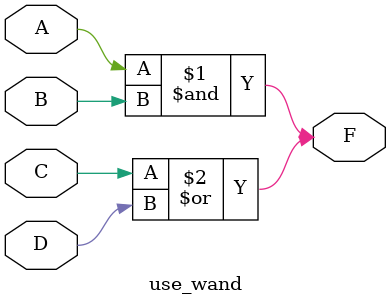
<source format=v>
module use_wand(input A, B, C, D, output F);

    wand F;

    assign F = A & B;
    assign F = C | D;

endmodule


//use_wand.v:1: syntax error
//use_wand.v:1: Errors in port declarations.
</source>
